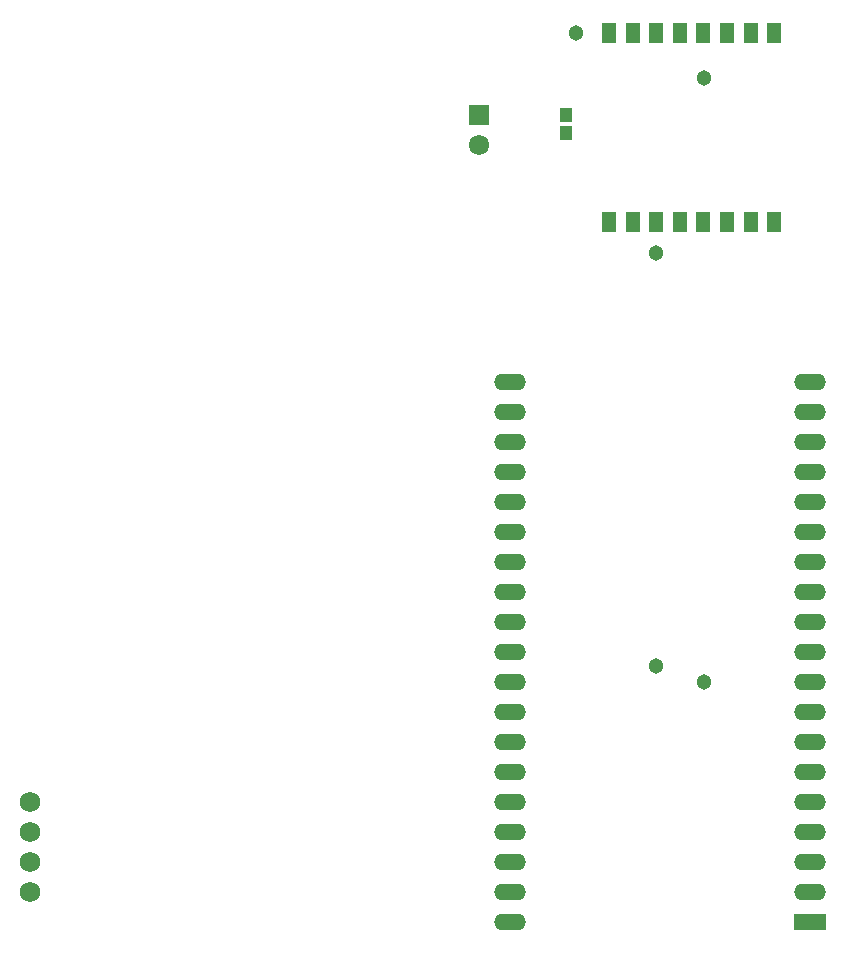
<source format=gts>
G04*
G04 #@! TF.GenerationSoftware,Altium Limited,Altium Designer,21.3.2 (30)*
G04*
G04 Layer_Color=8388736*
%FSTAX24Y24*%
%MOIN*%
G70*
G04*
G04 #@! TF.SameCoordinates,CDE3E893-1740-4E77-B8E0-51F932FF10AF*
G04*
G04*
G04 #@! TF.FilePolarity,Negative*
G04*
G01*
G75*
%ADD15R,0.0474X0.0671*%
%ADD16R,0.0434X0.0454*%
%ADD17R,0.1064X0.0552*%
%ADD18O,0.1064X0.0552*%
%ADD19C,0.0680*%
%ADD20R,0.0678X0.0678*%
%ADD21C,0.0678*%
%ADD22C,0.0513*%
D15*
X05025Y057449D02*
D03*
X049462D02*
D03*
X048675D02*
D03*
X047887D02*
D03*
X0471D02*
D03*
X046313D02*
D03*
X045525D02*
D03*
X044738D02*
D03*
X05025Y05115D02*
D03*
X049462D02*
D03*
X048675D02*
D03*
X047887D02*
D03*
X0471D02*
D03*
X046313D02*
D03*
X045525D02*
D03*
X044738D02*
D03*
D16*
X0433Y054695D02*
D03*
Y054105D02*
D03*
D17*
X05145Y0278D02*
D03*
D18*
Y0288D02*
D03*
Y0298D02*
D03*
Y0308D02*
D03*
Y0318D02*
D03*
Y0328D02*
D03*
Y0338D02*
D03*
Y0348D02*
D03*
Y0358D02*
D03*
Y0368D02*
D03*
Y0378D02*
D03*
Y0388D02*
D03*
Y0398D02*
D03*
Y0408D02*
D03*
Y0418D02*
D03*
Y0428D02*
D03*
Y0438D02*
D03*
Y0448D02*
D03*
Y0458D02*
D03*
X04145Y0278D02*
D03*
Y0288D02*
D03*
Y0298D02*
D03*
Y0308D02*
D03*
Y0318D02*
D03*
Y0328D02*
D03*
Y0338D02*
D03*
Y0348D02*
D03*
Y0358D02*
D03*
Y0368D02*
D03*
Y0378D02*
D03*
Y0388D02*
D03*
Y0398D02*
D03*
Y0408D02*
D03*
Y0418D02*
D03*
Y0428D02*
D03*
Y0438D02*
D03*
Y0448D02*
D03*
Y0458D02*
D03*
D19*
X02545Y0298D02*
D03*
Y0308D02*
D03*
Y0288D02*
D03*
Y0318D02*
D03*
D20*
X0404Y0547D02*
D03*
D21*
Y0537D02*
D03*
D22*
X04365Y05745D02*
D03*
X0479Y05595D02*
D03*
X0463Y0501D02*
D03*
Y03635D02*
D03*
X0479Y0358D02*
D03*
M02*

</source>
